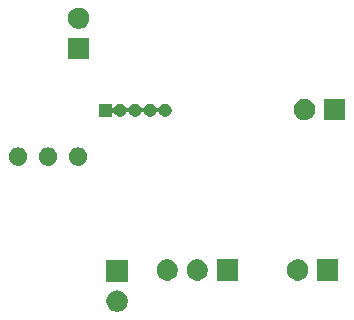
<source format=gbr>
G04 #@! TF.GenerationSoftware,KiCad,Pcbnew,5.1.5-52549c5~86~ubuntu18.04.1*
G04 #@! TF.CreationDate,2020-04-12T16:23:40+01:00*
G04 #@! TF.ProjectId,OverdrivePedal_RevC,4f766572-6472-4697-9665-506564616c5f,RevC*
G04 #@! TF.SameCoordinates,Original*
G04 #@! TF.FileFunction,Soldermask,Bot*
G04 #@! TF.FilePolarity,Negative*
%FSLAX46Y46*%
G04 Gerber Fmt 4.6, Leading zero omitted, Abs format (unit mm)*
G04 Created by KiCad (PCBNEW 5.1.5-52549c5~86~ubuntu18.04.1) date 2020-04-12 16:23:40*
%MOMM*%
%LPD*%
G04 APERTURE LIST*
%ADD10C,0.100000*%
G04 APERTURE END LIST*
D10*
G36*
X138289512Y-106723727D02*
G01*
X138438812Y-106753424D01*
X138602784Y-106821344D01*
X138750354Y-106919947D01*
X138875853Y-107045446D01*
X138974456Y-107193016D01*
X139042376Y-107356988D01*
X139077000Y-107531059D01*
X139077000Y-107708541D01*
X139042376Y-107882612D01*
X138974456Y-108046584D01*
X138875853Y-108194154D01*
X138750354Y-108319653D01*
X138602784Y-108418256D01*
X138438812Y-108486176D01*
X138289512Y-108515873D01*
X138264742Y-108520800D01*
X138087258Y-108520800D01*
X138062488Y-108515873D01*
X137913188Y-108486176D01*
X137749216Y-108418256D01*
X137601646Y-108319653D01*
X137476147Y-108194154D01*
X137377544Y-108046584D01*
X137309624Y-107882612D01*
X137275000Y-107708541D01*
X137275000Y-107531059D01*
X137309624Y-107356988D01*
X137377544Y-107193016D01*
X137476147Y-107045446D01*
X137601646Y-106919947D01*
X137749216Y-106821344D01*
X137913188Y-106753424D01*
X138062488Y-106723727D01*
X138087258Y-106718800D01*
X138264742Y-106718800D01*
X138289512Y-106723727D01*
G37*
G36*
X139077000Y-105980800D02*
G01*
X137275000Y-105980800D01*
X137275000Y-104178800D01*
X139077000Y-104178800D01*
X139077000Y-105980800D01*
G37*
G36*
X156907800Y-105879200D02*
G01*
X155105800Y-105879200D01*
X155105800Y-104077200D01*
X156907800Y-104077200D01*
X156907800Y-105879200D01*
G37*
G36*
X153580312Y-104082127D02*
G01*
X153729612Y-104111824D01*
X153893584Y-104179744D01*
X154041154Y-104278347D01*
X154166653Y-104403846D01*
X154265256Y-104551416D01*
X154333176Y-104715388D01*
X154367800Y-104889459D01*
X154367800Y-105066941D01*
X154333176Y-105241012D01*
X154265256Y-105404984D01*
X154166653Y-105552554D01*
X154041154Y-105678053D01*
X153893584Y-105776656D01*
X153729612Y-105844576D01*
X153580312Y-105874273D01*
X153555542Y-105879200D01*
X153378058Y-105879200D01*
X153353288Y-105874273D01*
X153203988Y-105844576D01*
X153040016Y-105776656D01*
X152892446Y-105678053D01*
X152766947Y-105552554D01*
X152668344Y-105404984D01*
X152600424Y-105241012D01*
X152565800Y-105066941D01*
X152565800Y-104889459D01*
X152600424Y-104715388D01*
X152668344Y-104551416D01*
X152766947Y-104403846D01*
X152892446Y-104278347D01*
X153040016Y-104179744D01*
X153203988Y-104111824D01*
X153353288Y-104082127D01*
X153378058Y-104077200D01*
X153555542Y-104077200D01*
X153580312Y-104082127D01*
G37*
G36*
X148398800Y-105879200D02*
G01*
X146596800Y-105879200D01*
X146596800Y-104077200D01*
X148398800Y-104077200D01*
X148398800Y-105879200D01*
G37*
G36*
X145071312Y-104082127D02*
G01*
X145220612Y-104111824D01*
X145384584Y-104179744D01*
X145532154Y-104278347D01*
X145657653Y-104403846D01*
X145756256Y-104551416D01*
X145824176Y-104715388D01*
X145858800Y-104889459D01*
X145858800Y-105066941D01*
X145824176Y-105241012D01*
X145756256Y-105404984D01*
X145657653Y-105552554D01*
X145532154Y-105678053D01*
X145384584Y-105776656D01*
X145220612Y-105844576D01*
X145071312Y-105874273D01*
X145046542Y-105879200D01*
X144869058Y-105879200D01*
X144844288Y-105874273D01*
X144694988Y-105844576D01*
X144531016Y-105776656D01*
X144383446Y-105678053D01*
X144257947Y-105552554D01*
X144159344Y-105404984D01*
X144091424Y-105241012D01*
X144056800Y-105066941D01*
X144056800Y-104889459D01*
X144091424Y-104715388D01*
X144159344Y-104551416D01*
X144257947Y-104403846D01*
X144383446Y-104278347D01*
X144531016Y-104179744D01*
X144694988Y-104111824D01*
X144844288Y-104082127D01*
X144869058Y-104077200D01*
X145046542Y-104077200D01*
X145071312Y-104082127D01*
G37*
G36*
X142531312Y-104082127D02*
G01*
X142680612Y-104111824D01*
X142844584Y-104179744D01*
X142992154Y-104278347D01*
X143117653Y-104403846D01*
X143216256Y-104551416D01*
X143284176Y-104715388D01*
X143318800Y-104889459D01*
X143318800Y-105066941D01*
X143284176Y-105241012D01*
X143216256Y-105404984D01*
X143117653Y-105552554D01*
X142992154Y-105678053D01*
X142844584Y-105776656D01*
X142680612Y-105844576D01*
X142531312Y-105874273D01*
X142506542Y-105879200D01*
X142329058Y-105879200D01*
X142304288Y-105874273D01*
X142154988Y-105844576D01*
X141991016Y-105776656D01*
X141843446Y-105678053D01*
X141717947Y-105552554D01*
X141619344Y-105404984D01*
X141551424Y-105241012D01*
X141516800Y-105066941D01*
X141516800Y-104889459D01*
X141551424Y-104715388D01*
X141619344Y-104551416D01*
X141717947Y-104403846D01*
X141843446Y-104278347D01*
X141991016Y-104179744D01*
X142154988Y-104111824D01*
X142304288Y-104082127D01*
X142329058Y-104077200D01*
X142506542Y-104077200D01*
X142531312Y-104082127D01*
G37*
G36*
X134999589Y-94615876D02*
G01*
X135098893Y-94635629D01*
X135239206Y-94693748D01*
X135365484Y-94778125D01*
X135472875Y-94885516D01*
X135557252Y-95011794D01*
X135615371Y-95152107D01*
X135645000Y-95301063D01*
X135645000Y-95452937D01*
X135615371Y-95601893D01*
X135557252Y-95742206D01*
X135472875Y-95868484D01*
X135365484Y-95975875D01*
X135239206Y-96060252D01*
X135098893Y-96118371D01*
X134999589Y-96138124D01*
X134949938Y-96148000D01*
X134798062Y-96148000D01*
X134748411Y-96138124D01*
X134649107Y-96118371D01*
X134508794Y-96060252D01*
X134382516Y-95975875D01*
X134275125Y-95868484D01*
X134190748Y-95742206D01*
X134132629Y-95601893D01*
X134103000Y-95452937D01*
X134103000Y-95301063D01*
X134132629Y-95152107D01*
X134190748Y-95011794D01*
X134275125Y-94885516D01*
X134382516Y-94778125D01*
X134508794Y-94693748D01*
X134649107Y-94635629D01*
X134748411Y-94615876D01*
X134798062Y-94606000D01*
X134949938Y-94606000D01*
X134999589Y-94615876D01*
G37*
G36*
X132459589Y-94615876D02*
G01*
X132558893Y-94635629D01*
X132699206Y-94693748D01*
X132825484Y-94778125D01*
X132932875Y-94885516D01*
X133017252Y-95011794D01*
X133075371Y-95152107D01*
X133105000Y-95301063D01*
X133105000Y-95452937D01*
X133075371Y-95601893D01*
X133017252Y-95742206D01*
X132932875Y-95868484D01*
X132825484Y-95975875D01*
X132699206Y-96060252D01*
X132558893Y-96118371D01*
X132459589Y-96138124D01*
X132409938Y-96148000D01*
X132258062Y-96148000D01*
X132208411Y-96138124D01*
X132109107Y-96118371D01*
X131968794Y-96060252D01*
X131842516Y-95975875D01*
X131735125Y-95868484D01*
X131650748Y-95742206D01*
X131592629Y-95601893D01*
X131563000Y-95452937D01*
X131563000Y-95301063D01*
X131592629Y-95152107D01*
X131650748Y-95011794D01*
X131735125Y-94885516D01*
X131842516Y-94778125D01*
X131968794Y-94693748D01*
X132109107Y-94635629D01*
X132208411Y-94615876D01*
X132258062Y-94606000D01*
X132409938Y-94606000D01*
X132459589Y-94615876D01*
G37*
G36*
X129919589Y-94615876D02*
G01*
X130018893Y-94635629D01*
X130159206Y-94693748D01*
X130285484Y-94778125D01*
X130392875Y-94885516D01*
X130477252Y-95011794D01*
X130535371Y-95152107D01*
X130565000Y-95301063D01*
X130565000Y-95452937D01*
X130535371Y-95601893D01*
X130477252Y-95742206D01*
X130392875Y-95868484D01*
X130285484Y-95975875D01*
X130159206Y-96060252D01*
X130018893Y-96118371D01*
X129919589Y-96138124D01*
X129869938Y-96148000D01*
X129718062Y-96148000D01*
X129668411Y-96138124D01*
X129569107Y-96118371D01*
X129428794Y-96060252D01*
X129302516Y-95975875D01*
X129195125Y-95868484D01*
X129110748Y-95742206D01*
X129052629Y-95601893D01*
X129023000Y-95452937D01*
X129023000Y-95301063D01*
X129052629Y-95152107D01*
X129110748Y-95011794D01*
X129195125Y-94885516D01*
X129302516Y-94778125D01*
X129428794Y-94693748D01*
X129569107Y-94635629D01*
X129668411Y-94615876D01*
X129718062Y-94606000D01*
X129869938Y-94606000D01*
X129919589Y-94615876D01*
G37*
G36*
X157466600Y-92290200D02*
G01*
X155664600Y-92290200D01*
X155664600Y-90488200D01*
X157466600Y-90488200D01*
X157466600Y-92290200D01*
G37*
G36*
X154139112Y-90493127D02*
G01*
X154288412Y-90522824D01*
X154452384Y-90590744D01*
X154599954Y-90689347D01*
X154725453Y-90814846D01*
X154824056Y-90962416D01*
X154891976Y-91126388D01*
X154917436Y-91254389D01*
X154925503Y-91294941D01*
X154926600Y-91300459D01*
X154926600Y-91477941D01*
X154891976Y-91652012D01*
X154824056Y-91815984D01*
X154725453Y-91963554D01*
X154599954Y-92089053D01*
X154452384Y-92187656D01*
X154288412Y-92255576D01*
X154139112Y-92285273D01*
X154114342Y-92290200D01*
X153936858Y-92290200D01*
X153912088Y-92285273D01*
X153762788Y-92255576D01*
X153598816Y-92187656D01*
X153451246Y-92089053D01*
X153325747Y-91963554D01*
X153227144Y-91815984D01*
X153159224Y-91652012D01*
X153124600Y-91477941D01*
X153124600Y-91300459D01*
X153125698Y-91294941D01*
X153133764Y-91254389D01*
X153159224Y-91126388D01*
X153227144Y-90962416D01*
X153325747Y-90814846D01*
X153451246Y-90689347D01*
X153598816Y-90590744D01*
X153762788Y-90522824D01*
X153912088Y-90493127D01*
X153936858Y-90488200D01*
X154114342Y-90488200D01*
X154139112Y-90493127D01*
G37*
G36*
X137711000Y-91112218D02*
G01*
X137713402Y-91136604D01*
X137720515Y-91160053D01*
X137732066Y-91181664D01*
X137747611Y-91200606D01*
X137766553Y-91216151D01*
X137788164Y-91227702D01*
X137811613Y-91234815D01*
X137835999Y-91237217D01*
X137860385Y-91234815D01*
X137883834Y-91227702D01*
X137905445Y-91216151D01*
X137924387Y-91200606D01*
X137939932Y-91181664D01*
X138002009Y-91088760D01*
X138002010Y-91088758D01*
X138078758Y-91012010D01*
X138169004Y-90951710D01*
X138169005Y-90951709D01*
X138269279Y-90910174D01*
X138375730Y-90889000D01*
X138484270Y-90889000D01*
X138590721Y-90910174D01*
X138690995Y-90951709D01*
X138690996Y-90951710D01*
X138781242Y-91012010D01*
X138857990Y-91088758D01*
X138857991Y-91088760D01*
X138918291Y-91179005D01*
X138949516Y-91254389D01*
X138961067Y-91276000D01*
X138976612Y-91294941D01*
X138995554Y-91310487D01*
X139017165Y-91322038D01*
X139040614Y-91329151D01*
X139065000Y-91331553D01*
X139089386Y-91329151D01*
X139112835Y-91322038D01*
X139134446Y-91310487D01*
X139153387Y-91294942D01*
X139168933Y-91276000D01*
X139180484Y-91254389D01*
X139211709Y-91179005D01*
X139272009Y-91088760D01*
X139272010Y-91088758D01*
X139348758Y-91012010D01*
X139439004Y-90951710D01*
X139439005Y-90951709D01*
X139539279Y-90910174D01*
X139645730Y-90889000D01*
X139754270Y-90889000D01*
X139860721Y-90910174D01*
X139960995Y-90951709D01*
X139960996Y-90951710D01*
X140051242Y-91012010D01*
X140127990Y-91088758D01*
X140127991Y-91088760D01*
X140188291Y-91179005D01*
X140219516Y-91254389D01*
X140231067Y-91276000D01*
X140246612Y-91294941D01*
X140265554Y-91310487D01*
X140287165Y-91322038D01*
X140310614Y-91329151D01*
X140335000Y-91331553D01*
X140359386Y-91329151D01*
X140382835Y-91322038D01*
X140404446Y-91310487D01*
X140423387Y-91294942D01*
X140438933Y-91276000D01*
X140450484Y-91254389D01*
X140481709Y-91179005D01*
X140542009Y-91088760D01*
X140542010Y-91088758D01*
X140618758Y-91012010D01*
X140709004Y-90951710D01*
X140709005Y-90951709D01*
X140809279Y-90910174D01*
X140915730Y-90889000D01*
X141024270Y-90889000D01*
X141130721Y-90910174D01*
X141230995Y-90951709D01*
X141230996Y-90951710D01*
X141321242Y-91012010D01*
X141397990Y-91088758D01*
X141397991Y-91088760D01*
X141458291Y-91179005D01*
X141489516Y-91254389D01*
X141501067Y-91276000D01*
X141516612Y-91294941D01*
X141535554Y-91310487D01*
X141557165Y-91322038D01*
X141580614Y-91329151D01*
X141605000Y-91331553D01*
X141629386Y-91329151D01*
X141652835Y-91322038D01*
X141674446Y-91310487D01*
X141693387Y-91294942D01*
X141708933Y-91276000D01*
X141720484Y-91254389D01*
X141751709Y-91179005D01*
X141812009Y-91088760D01*
X141812010Y-91088758D01*
X141888758Y-91012010D01*
X141979004Y-90951710D01*
X141979005Y-90951709D01*
X142079279Y-90910174D01*
X142185730Y-90889000D01*
X142294270Y-90889000D01*
X142400721Y-90910174D01*
X142500995Y-90951709D01*
X142500996Y-90951710D01*
X142591242Y-91012010D01*
X142667990Y-91088758D01*
X142667991Y-91088760D01*
X142728291Y-91179005D01*
X142769826Y-91279279D01*
X142791000Y-91385730D01*
X142791000Y-91494270D01*
X142769826Y-91600721D01*
X142728291Y-91700995D01*
X142728290Y-91700996D01*
X142667990Y-91791242D01*
X142591242Y-91867990D01*
X142545812Y-91898345D01*
X142500995Y-91928291D01*
X142400721Y-91969826D01*
X142294270Y-91991000D01*
X142185730Y-91991000D01*
X142079279Y-91969826D01*
X141979005Y-91928291D01*
X141934188Y-91898345D01*
X141888758Y-91867990D01*
X141812010Y-91791242D01*
X141751710Y-91700996D01*
X141751709Y-91700995D01*
X141720484Y-91625611D01*
X141708933Y-91604000D01*
X141693388Y-91585059D01*
X141674446Y-91569513D01*
X141652835Y-91557962D01*
X141629386Y-91550849D01*
X141605000Y-91548447D01*
X141580614Y-91550849D01*
X141557165Y-91557962D01*
X141535554Y-91569513D01*
X141516613Y-91585058D01*
X141501067Y-91604000D01*
X141489516Y-91625611D01*
X141458291Y-91700995D01*
X141458290Y-91700996D01*
X141397990Y-91791242D01*
X141321242Y-91867990D01*
X141275812Y-91898345D01*
X141230995Y-91928291D01*
X141130721Y-91969826D01*
X141024270Y-91991000D01*
X140915730Y-91991000D01*
X140809279Y-91969826D01*
X140709005Y-91928291D01*
X140664188Y-91898345D01*
X140618758Y-91867990D01*
X140542010Y-91791242D01*
X140481710Y-91700996D01*
X140481709Y-91700995D01*
X140450484Y-91625611D01*
X140438933Y-91604000D01*
X140423388Y-91585059D01*
X140404446Y-91569513D01*
X140382835Y-91557962D01*
X140359386Y-91550849D01*
X140335000Y-91548447D01*
X140310614Y-91550849D01*
X140287165Y-91557962D01*
X140265554Y-91569513D01*
X140246613Y-91585058D01*
X140231067Y-91604000D01*
X140219516Y-91625611D01*
X140188291Y-91700995D01*
X140188290Y-91700996D01*
X140127990Y-91791242D01*
X140051242Y-91867990D01*
X140005812Y-91898345D01*
X139960995Y-91928291D01*
X139860721Y-91969826D01*
X139754270Y-91991000D01*
X139645730Y-91991000D01*
X139539279Y-91969826D01*
X139439005Y-91928291D01*
X139394188Y-91898345D01*
X139348758Y-91867990D01*
X139272010Y-91791242D01*
X139211710Y-91700996D01*
X139211709Y-91700995D01*
X139180484Y-91625611D01*
X139168933Y-91604000D01*
X139153388Y-91585059D01*
X139134446Y-91569513D01*
X139112835Y-91557962D01*
X139089386Y-91550849D01*
X139065000Y-91548447D01*
X139040614Y-91550849D01*
X139017165Y-91557962D01*
X138995554Y-91569513D01*
X138976613Y-91585058D01*
X138961067Y-91604000D01*
X138949516Y-91625611D01*
X138918291Y-91700995D01*
X138918290Y-91700996D01*
X138857990Y-91791242D01*
X138781242Y-91867990D01*
X138735812Y-91898345D01*
X138690995Y-91928291D01*
X138590721Y-91969826D01*
X138484270Y-91991000D01*
X138375730Y-91991000D01*
X138269279Y-91969826D01*
X138169005Y-91928291D01*
X138124188Y-91898345D01*
X138078758Y-91867990D01*
X138002010Y-91791242D01*
X137981012Y-91759816D01*
X137939932Y-91698336D01*
X137924386Y-91679394D01*
X137905444Y-91663849D01*
X137883833Y-91652298D01*
X137860385Y-91645185D01*
X137835998Y-91642783D01*
X137811612Y-91645185D01*
X137788163Y-91652298D01*
X137766553Y-91663849D01*
X137747611Y-91679395D01*
X137732066Y-91698337D01*
X137720515Y-91719948D01*
X137713402Y-91743396D01*
X137711000Y-91767782D01*
X137711000Y-91991000D01*
X136609000Y-91991000D01*
X136609000Y-90889000D01*
X137711000Y-90889000D01*
X137711000Y-91112218D01*
G37*
G36*
X135825800Y-87108600D02*
G01*
X134023800Y-87108600D01*
X134023800Y-85306600D01*
X135825800Y-85306600D01*
X135825800Y-87108600D01*
G37*
G36*
X135038312Y-82771527D02*
G01*
X135187612Y-82801224D01*
X135351584Y-82869144D01*
X135499154Y-82967747D01*
X135624653Y-83093246D01*
X135723256Y-83240816D01*
X135791176Y-83404788D01*
X135825800Y-83578859D01*
X135825800Y-83756341D01*
X135791176Y-83930412D01*
X135723256Y-84094384D01*
X135624653Y-84241954D01*
X135499154Y-84367453D01*
X135351584Y-84466056D01*
X135187612Y-84533976D01*
X135038312Y-84563673D01*
X135013542Y-84568600D01*
X134836058Y-84568600D01*
X134811288Y-84563673D01*
X134661988Y-84533976D01*
X134498016Y-84466056D01*
X134350446Y-84367453D01*
X134224947Y-84241954D01*
X134126344Y-84094384D01*
X134058424Y-83930412D01*
X134023800Y-83756341D01*
X134023800Y-83578859D01*
X134058424Y-83404788D01*
X134126344Y-83240816D01*
X134224947Y-83093246D01*
X134350446Y-82967747D01*
X134498016Y-82869144D01*
X134661988Y-82801224D01*
X134811288Y-82771527D01*
X134836058Y-82766600D01*
X135013542Y-82766600D01*
X135038312Y-82771527D01*
G37*
M02*

</source>
